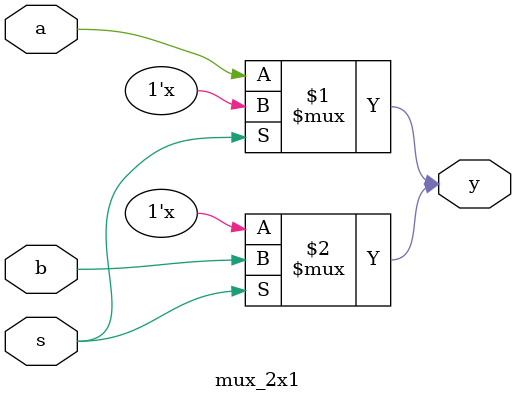
<source format=v>
`timescale 1ns / 1ps


module mux_2x1(
    output y,
    input s,
    input a,
    input b
    );
    wire w;
    not (w,s);
    bufif1 (y,a,w);
    bufif1 (y,b,s);
endmodule

</source>
